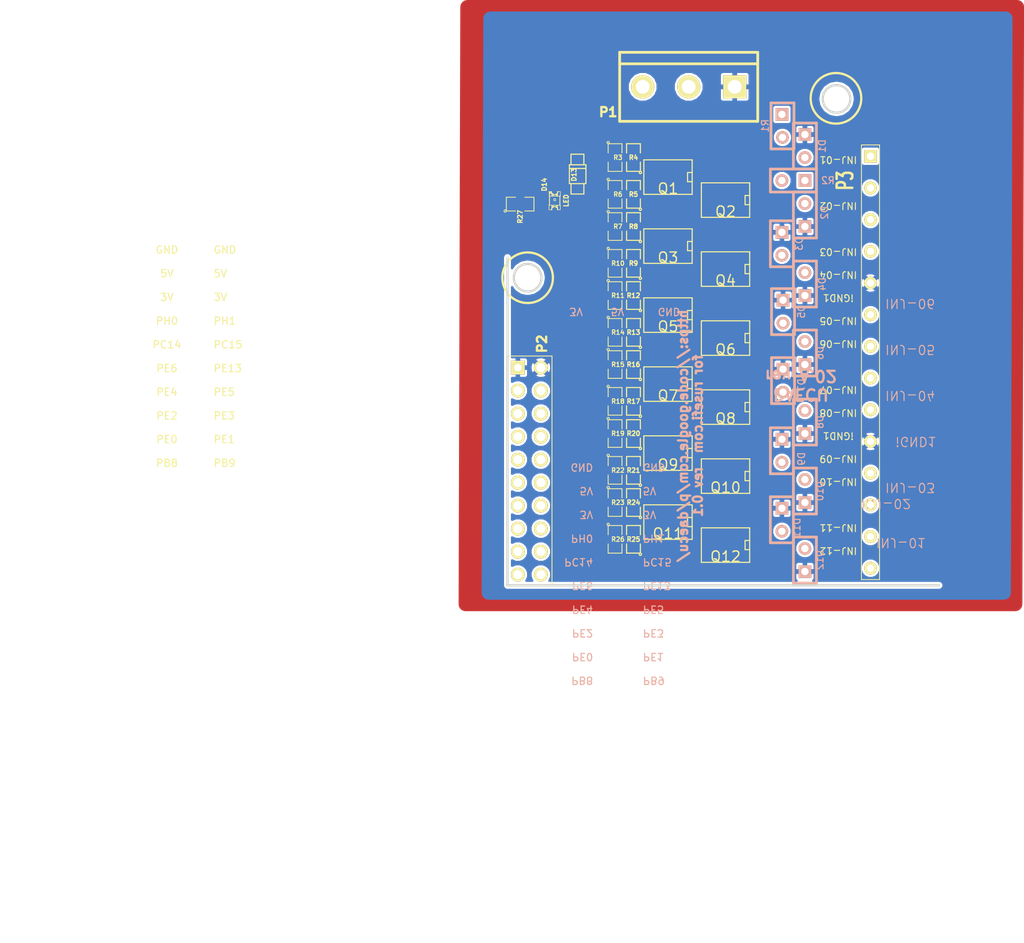
<source format=kicad_pcb>
(kicad_pcb (version 3) (host pcbnew "(2013-07-07 BZR 4022)-stable")
  (title_block (title "6 Channel Injector board") (rev "Spin A R0.2") (company http://code.google.com/p/daecu/))
  (layers (15 F.Cu signal) (0 B.Cu signal) (18 B.Paste user) (19 F.Paste user) (20 B.SilkS user hide) (21 F.SilkS user) (22 B.Mask user) (23 F.Mask user) (28 Edge.Cuts user))
  (net 0 "")
  (net 1 /3.3V)
  (net 2 /5V)
  (net 3 /INJ-01)
  (net 4 /INJ-01_2)
  (net 5 /INJ-01_5V)
  (net 6 /INJ-02)
  (net 7 /INJ-02_5V)
  (net 8 /INJ-03)
  (net 9 /INJ-03_5V)
  (net 10 /INJ-04)
  (net 11 /INJ-04_5V)
  (net 12 /INJ-05)
  (net 13 /INJ-05_5V)
  (net 14 /INJ-06)
  (net 15 /INJ-07)
  (net 16 /INJ-07_5V)
  (net 17 /INJ-08)
  (net 18 /INJ-08_5V)
  (net 19 /INJ-09)
  (net 20 /INJ-09_5V)
  (net 21 /INJ-10)
  (net 22 /INJ-10_5V)
  (net 23 /INJ-11)
  (net 24 /INJ-11_5V)
  (net 25 /INJ-12)
  (net 26 /INJ-12_5V)
  (net 27 GND)
  (net 28 N-0000020)
  (net 29 N-000003)
  (net 30 N-0000030)
  (net 31 N-0000033)
  (net 32 N-0000035)
  (net 33 N-0000036)
  (net 34 N-0000037)
  (net 35 N-0000040)
  (net 36 N-0000041)
  (net 37 N-000005)
  (net 38 N-000006)
  (net 39 N-000007)
  (net 40 N-000008)
  (net 41 N-000009)
  (module SIL-14 (layer F.Cu) (at 216.7255 126.365 270)
    (fp_text reference P3 (at -20.066 2.794 270) (layer F.SilkS) (effects (font (size 1.72974 1.08712) (thickness 0.27178))))
    (fp_text value CONN_14 hide)
    (pad 1 thru_hole rect (at -22.75 0 270) (size 1.397 1.397) (drill 0.8128) (layers *.Cu *.Mask F.SilkS) (net 4 /INJ-01_2))
    (pad 2 thru_hole circle (at -19.25 0 270) (size 1.397 1.397) (drill 0.8128) (layers *.Cu *.Mask F.SilkS) (net 6 /INJ-02))
    (pad 3 thru_hole circle (at -15.75 0 270) (size 1.397 1.397) (drill 0.8128) (layers *.Cu *.Mask F.SilkS) (net 8 /INJ-03))
    (pad 4 thru_hole circle (at -12.25 0 270) (size 1.397 1.397) (drill 0.8128) (layers *.Cu *.Mask F.SilkS) (net 10 /INJ-04))
    (pad 5 thru_hole circle (at -8.75 0 270) (size 1.397 1.397) (drill 0.8128) (layers *.Cu *.Mask F.SilkS) (net 27 GND))
    (pad 6 thru_hole circle (at -5.25 0 270) (size 1.397 1.397) (drill 0.8128) (layers *.Cu *.Mask F.SilkS) (net 12 /INJ-05))
    (pad 7 thru_hole circle (at -1.75 0 270) (size 1.397 1.397) (drill 0.8128) (layers *.Cu *.Mask F.SilkS) (net 14 /INJ-06))
    (pad 8 thru_hole circle (at 1.75 0 270) (size 1.397 1.397) (drill 0.8128) (layers *.Cu *.Mask F.SilkS) (net 15 /INJ-07))
    (pad 9 thru_hole circle (at 5.25 0 270) (size 1.397 1.397) (drill 0.8128) (layers *.Cu *.Mask F.SilkS) (net 17 /INJ-08))
    (pad 10 thru_hole circle (at 8.75 0 270) (size 1.397 1.397) (drill 0.8128) (layers *.Cu *.Mask F.SilkS) (net 27 GND))
    (pad 11 thru_hole circle (at 12.25 0 270) (size 1.397 1.397) (drill 0.8128) (layers *.Cu *.Mask F.SilkS) (net 19 /INJ-09))
    (pad 12 thru_hole circle (at 15.75 0 270) (size 1.397 1.397) (drill 0.8128) (layers *.Cu *.Mask F.SilkS) (net 21 /INJ-10))
    (pad 13 thru_hole circle (at 19.25 0 270) (size 1.397 1.397) (drill 0.8128) (layers *.Cu *.Mask F.SilkS) (net 23 /INJ-11))
    (pad 14 thru_hole circle (at 22.75 0 270) (size 1.397 1.397) (drill 0.8128) (layers *.Cu *.Mask F.SilkS) (net 25 /INJ-12))
  )
  (module SM0805 (layer F.Cu) (at 188.5315 103.759 270)
    (fp_text reference R3 (at 0 -0.3175 360) (layer F.SilkS) (effects (font (size 0.50038 0.50038) (thickness 0.10922))))
    (fp_text value 20R hide)
    (pad 1 smd rect (at -0.9525 0 270) (size 0.889 1.397) (layers F.Cu F.Paste F.Mask) (net 31 N-0000033))
    (pad 2 smd rect (at 0.9525 0 270) (size 0.889 1.397) (layers F.Cu F.Paste F.Mask) (net 5 /INJ-01_5V))
  )
  (module SM0805 (layer F.Cu) (at 188.5315 107.823 270)
    (fp_text reference R6 (at 0 -0.3175 360) (layer F.SilkS) (effects (font (size 0.50038 0.50038) (thickness 0.10922))))
    (fp_text value 20R hide)
    (pad 1 smd rect (at -0.9525 0 270) (size 0.889 1.397) (layers F.Cu F.Paste F.Mask) (net 41 N-000009))
    (pad 2 smd rect (at 0.9525 0 270) (size 0.889 1.397) (layers F.Cu F.Paste F.Mask) (net 7 /INJ-02_5V))
  )
  (module SM0805 (layer F.Cu) (at 188.5315 111.379 270)
    (fp_text reference R7 (at 0 -0.3175 360) (layer F.SilkS) (effects (font (size 0.50038 0.50038) (thickness 0.10922))))
    (fp_text value 20R hide)
    (pad 1 smd rect (at -0.9525 0 270) (size 0.889 1.397) (layers F.Cu F.Paste F.Mask) (net 30 N-0000030))
    (pad 2 smd rect (at 0.9525 0 270) (size 0.889 1.397) (layers F.Cu F.Paste F.Mask) (net 9 /INJ-03_5V))
  )
  (module SM0805 (layer F.Cu) (at 188.5315 115.443 270)
    (fp_text reference R10 (at 0 -0.3175 360) (layer F.SilkS) (effects (font (size 0.50038 0.50038) (thickness 0.10922))))
    (fp_text value 20R hide)
    (pad 1 smd rect (at -0.9525 0 270) (size 0.889 1.397) (layers F.Cu F.Paste F.Mask) (net 40 N-000008))
    (pad 2 smd rect (at 0.9525 0 270) (size 0.889 1.397) (layers F.Cu F.Paste F.Mask) (net 11 /INJ-04_5V))
  )
  (module SM0805 (layer F.Cu) (at 188.5315 118.999 270)
    (fp_text reference R11 (at 0 -0.3175 360) (layer F.SilkS) (effects (font (size 0.50038 0.50038) (thickness 0.10922))))
    (fp_text value 20R hide)
    (pad 1 smd rect (at -0.9525 0 270) (size 0.889 1.397) (layers F.Cu F.Paste F.Mask) (net 28 N-0000020))
    (pad 2 smd rect (at 0.9525 0 270) (size 0.889 1.397) (layers F.Cu F.Paste F.Mask) (net 13 /INJ-05_5V))
  )
  (module SM0805 (layer F.Cu) (at 188.5315 123.063 270)
    (fp_text reference R14 (at 0 -0.3175 360) (layer F.SilkS) (effects (font (size 0.50038 0.50038) (thickness 0.10922))))
    (fp_text value 20R hide)
    (pad 1 smd rect (at -0.9525 0 270) (size 0.889 1.397) (layers F.Cu F.Paste F.Mask) (net 29 N-000003))
    (pad 2 smd rect (at 0.9525 0 270) (size 0.889 1.397) (layers F.Cu F.Paste F.Mask) (net 16 /INJ-07_5V))
  )
  (module SIL-2 (layer B.Cu) (at 206.9465 136.144 270)
    (fp_text reference D9 (at 0.889 -2.159 270) (layer B.SilkS) (effects (font (size 0.762 0.762) (thickness 0.127)) (justify mirror)))
    (fp_text value DIODE hide)
    (pad 1 thru_hole rect (at -1.27 0 270) (size 1.397 1.397) (drill 0.8128) (layers *.Cu *.Mask B.SilkS) (net 27 GND))
    (pad 2 thru_hole circle (at 1.27 0 270) (size 1.397 1.397) (drill 0.8128) (layers *.Cu *.Mask B.SilkS) (net 19 /INJ-09))
  )
  (module SIL-2 (layer B.Cu) (at 206.9465 113.284 270)
    (fp_text reference D3 (at 0 -1.905 270) (layer B.SilkS) (effects (font (size 0.762 0.762) (thickness 0.127)) (justify mirror)))
    (fp_text value DIODE hide)
    (pad 1 thru_hole rect (at -1.27 0 270) (size 1.397 1.397) (drill 0.8128) (layers *.Cu *.Mask B.SilkS) (net 27 GND))
    (pad 2 thru_hole circle (at 1.27 0 270) (size 1.397 1.397) (drill 0.8128) (layers *.Cu *.Mask B.SilkS) (net 8 /INJ-03))
  )
  (module SIL-2 (layer B.Cu) (at 209.4865 132.969 90)
    (fp_text reference D8 (at 0 1.651 90) (layer B.SilkS) (effects (font (size 0.762 0.762) (thickness 0.127)) (justify mirror)))
    (fp_text value DIODE hide)
    (pad 1 thru_hole rect (at -1.27 0 90) (size 1.397 1.397) (drill 0.8128) (layers *.Cu *.Mask B.SilkS) (net 27 GND))
    (pad 2 thru_hole circle (at 1.27 0 90) (size 1.397 1.397) (drill 0.8128) (layers *.Cu *.Mask B.SilkS) (net 17 /INJ-08))
  )
  (module SIL-2 (layer B.Cu) (at 209.4865 110.109 90)
    (fp_text reference D2 (at 0.254 2.159 90) (layer B.SilkS) (effects (font (size 0.762 0.762) (thickness 0.127)) (justify mirror)))
    (fp_text value DIODE hide)
    (pad 1 thru_hole rect (at -1.27 0 90) (size 1.397 1.397) (drill 0.8128) (layers *.Cu *.Mask B.SilkS) (net 27 GND))
    (pad 2 thru_hole circle (at 1.27 0 90) (size 1.397 1.397) (drill 0.8128) (layers *.Cu *.Mask B.SilkS) (net 6 /INJ-02))
  )
  (module SIL-2 (layer B.Cu) (at 207.0735 128.397 270)
    (fp_text reference D7 (at 0.508 -2.032 270) (layer B.SilkS) (effects (font (size 0.762 0.762) (thickness 0.127)) (justify mirror)))
    (fp_text value DIODE hide)
    (pad 1 thru_hole rect (at -1.27 0 270) (size 1.397 1.397) (drill 0.8128) (layers *.Cu *.Mask B.SilkS) (net 27 GND))
    (pad 2 thru_hole circle (at 1.27 0 270) (size 1.397 1.397) (drill 0.8128) (layers *.Cu *.Mask B.SilkS) (net 15 /INJ-07))
  )
  (module SIL-2 (layer B.Cu) (at 209.4865 102.489 270)
    (fp_text reference D1 (at 0 -1.905 270) (layer B.SilkS) (effects (font (size 0.762 0.762) (thickness 0.127)) (justify mirror)))
    (fp_text value DIODE hide)
    (pad 1 thru_hole rect (at -1.27 0 270) (size 1.397 1.397) (drill 0.8128) (layers *.Cu *.Mask B.SilkS) (net 27 GND))
    (pad 2 thru_hole circle (at 1.27 0 270) (size 1.397 1.397) (drill 0.8128) (layers *.Cu *.Mask B.SilkS) (net 4 /INJ-01_2))
  )
  (module SM0805 (layer F.Cu) (at 190.5635 118.999 90)
    (fp_text reference R12 (at 0 0 180) (layer F.SilkS) (effects (font (size 0.508 0.508) (thickness 0.127))))
    (fp_text value 1K hide)
    (pad 1 smd rect (at -0.9525 0 90) (size 0.889 1.397) (layers F.Cu F.Paste F.Mask) (net 27 GND))
    (pad 2 smd rect (at 0.9525 0 90) (size 0.889 1.397) (layers F.Cu F.Paste F.Mask) (net 28 N-0000020))
  )
  (module SM0805 (layer F.Cu) (at 190.5635 123.063 90)
    (fp_text reference R13 (at 0 0 180) (layer F.SilkS) (effects (font (size 0.508 0.508) (thickness 0.127))))
    (fp_text value 1K hide)
    (pad 1 smd rect (at -0.9525 0 90) (size 0.889 1.397) (layers F.Cu F.Paste F.Mask) (net 27 GND))
    (pad 2 smd rect (at 0.9525 0 90) (size 0.889 1.397) (layers F.Cu F.Paste F.Mask) (net 29 N-000003))
  )
  (module SM0805 (layer F.Cu) (at 190.5635 111.379 90)
    (fp_text reference R8 (at 0 0 180) (layer F.SilkS) (effects (font (size 0.508 0.508) (thickness 0.127))))
    (fp_text value 1K hide)
    (pad 1 smd rect (at -0.9525 0 90) (size 0.889 1.397) (layers F.Cu F.Paste F.Mask) (net 27 GND))
    (pad 2 smd rect (at 0.9525 0 90) (size 0.889 1.397) (layers F.Cu F.Paste F.Mask) (net 30 N-0000030))
  )
  (module SM0805 (layer F.Cu) (at 190.5635 115.443 90)
    (fp_text reference R9 (at 0 0 180) (layer F.SilkS) (effects (font (size 0.508 0.508) (thickness 0.127))))
    (fp_text value 1K hide)
    (pad 1 smd rect (at -0.9525 0 90) (size 0.889 1.397) (layers F.Cu F.Paste F.Mask) (net 27 GND))
    (pad 2 smd rect (at 0.9525 0 90) (size 0.889 1.397) (layers F.Cu F.Paste F.Mask) (net 40 N-000008))
  )
  (module SM0805 (layer F.Cu) (at 190.5635 107.823 90)
    (fp_text reference R5 (at 0 0 180) (layer F.SilkS) (effects (font (size 0.508 0.508) (thickness 0.127))))
    (fp_text value 1K hide)
    (pad 1 smd rect (at -0.9525 0 90) (size 0.889 1.397) (layers F.Cu F.Paste F.Mask) (net 27 GND))
    (pad 2 smd rect (at 0.9525 0 90) (size 0.889 1.397) (layers F.Cu F.Paste F.Mask) (net 41 N-000009))
  )
  (module SM0805 (layer F.Cu) (at 190.5635 103.759 90)
    (fp_text reference R4 (at 0 0 180) (layer F.SilkS) (effects (font (size 0.508 0.508) (thickness 0.127))))
    (fp_text value 1K hide)
    (pad 1 smd rect (at -0.9525 0 90) (size 0.889 1.397) (layers F.Cu F.Paste F.Mask) (net 27 GND))
    (pad 2 smd rect (at 0.9525 0 90) (size 0.889 1.397) (layers F.Cu F.Paste F.Mask) (net 31 N-0000033))
  )
  (module SO8E_ST (layer F.Cu) (at 194.3735 121.158 180)
    (fp_text reference Q5 (at 0 -1.27 180) (layer F.SilkS) (effects (font (size 1.143 1.143) (thickness 0.1524))))
    (fp_text value OVP_DRIVER hide)
    (pad 2 smd rect (at -1.905 -2.667 180) (size 0.508 1.143) (layers F.Cu F.Paste F.Mask) (net 12 /INJ-05))
    (pad 3 smd rect (at -1.905 2.667 180) (size 0.508 1.143) (layers F.Cu F.Paste F.Mask) (net 27 GND))
    (pad 2 smd rect (at -0.635 -2.667 180) (size 0.508 1.143) (layers F.Cu F.Paste F.Mask) (net 12 /INJ-05))
    (pad 2 smd rect (at 0.635 -2.667 180) (size 0.508 1.143) (layers F.Cu F.Paste F.Mask) (net 12 /INJ-05))
    (pad 2 smd rect (at 1.905 -2.667 180) (size 0.508 1.143) (layers F.Cu F.Paste F.Mask) (net 12 /INJ-05))
    (pad 3 smd rect (at -0.635 2.667 180) (size 0.508 1.143) (layers F.Cu F.Paste F.Mask) (net 27 GND))
    (pad 3 smd rect (at 0.635 2.667 180) (size 0.508 1.143) (layers F.Cu F.Paste F.Mask) (net 27 GND))
    (pad 1 smd rect (at 1.905 2.667 180) (size 0.508 1.143) (layers F.Cu F.Paste F.Mask) (net 28 N-0000020))
  )
  (module SO8E_ST (layer F.Cu) (at 200.7235 123.698 180)
    (fp_text reference Q6 (at 0 -1.27 180) (layer F.SilkS) (effects (font (size 1.143 1.143) (thickness 0.1524))))
    (fp_text value OVP_DRIVER hide)
    (pad 2 smd rect (at -1.905 -2.667 180) (size 0.508 1.143) (layers F.Cu F.Paste F.Mask) (net 14 /INJ-06))
    (pad 3 smd rect (at -1.905 2.667 180) (size 0.508 1.143) (layers F.Cu F.Paste F.Mask) (net 27 GND))
    (pad 2 smd rect (at -0.635 -2.667 180) (size 0.508 1.143) (layers F.Cu F.Paste F.Mask) (net 14 /INJ-06))
    (pad 2 smd rect (at 0.635 -2.667 180) (size 0.508 1.143) (layers F.Cu F.Paste F.Mask) (net 14 /INJ-06))
    (pad 2 smd rect (at 1.905 -2.667 180) (size 0.508 1.143) (layers F.Cu F.Paste F.Mask) (net 14 /INJ-06))
    (pad 3 smd rect (at -0.635 2.667 180) (size 0.508 1.143) (layers F.Cu F.Paste F.Mask) (net 27 GND))
    (pad 3 smd rect (at 0.635 2.667 180) (size 0.508 1.143) (layers F.Cu F.Paste F.Mask) (net 27 GND))
    (pad 1 smd rect (at 1.905 2.667 180) (size 0.508 1.143) (layers F.Cu F.Paste F.Mask) (net 29 N-000003))
  )
  (module SO8E_ST (layer F.Cu) (at 194.3735 113.538 180)
    (fp_text reference Q3 (at 0 -1.27 180) (layer F.SilkS) (effects (font (size 1.143 1.143) (thickness 0.1524))))
    (fp_text value OVP_DRIVER hide)
    (pad 2 smd rect (at -1.905 -2.667 180) (size 0.508 1.143) (layers F.Cu F.Paste F.Mask) (net 8 /INJ-03))
    (pad 3 smd rect (at -1.905 2.667 180) (size 0.508 1.143) (layers F.Cu F.Paste F.Mask) (net 27 GND))
    (pad 2 smd rect (at -0.635 -2.667 180) (size 0.508 1.143) (layers F.Cu F.Paste F.Mask) (net 8 /INJ-03))
    (pad 2 smd rect (at 0.635 -2.667 180) (size 0.508 1.143) (layers F.Cu F.Paste F.Mask) (net 8 /INJ-03))
    (pad 2 smd rect (at 1.905 -2.667 180) (size 0.508 1.143) (layers F.Cu F.Paste F.Mask) (net 8 /INJ-03))
    (pad 3 smd rect (at -0.635 2.667 180) (size 0.508 1.143) (layers F.Cu F.Paste F.Mask) (net 27 GND))
    (pad 3 smd rect (at 0.635 2.667 180) (size 0.508 1.143) (layers F.Cu F.Paste F.Mask) (net 27 GND))
    (pad 1 smd rect (at 1.905 2.667 180) (size 0.508 1.143) (layers F.Cu F.Paste F.Mask) (net 30 N-0000030))
  )
  (module SO8E_ST (layer F.Cu) (at 200.7235 108.458 180)
    (fp_text reference Q2 (at 0 -1.27 180) (layer F.SilkS) (effects (font (size 1.143 1.143) (thickness 0.1524))))
    (fp_text value OVP_DRIVER hide)
    (pad 2 smd rect (at -1.905 -2.667 180) (size 0.508 1.143) (layers F.Cu F.Paste F.Mask) (net 6 /INJ-02))
    (pad 3 smd rect (at -1.905 2.667 180) (size 0.508 1.143) (layers F.Cu F.Paste F.Mask) (net 27 GND))
    (pad 2 smd rect (at -0.635 -2.667 180) (size 0.508 1.143) (layers F.Cu F.Paste F.Mask) (net 6 /INJ-02))
    (pad 2 smd rect (at 0.635 -2.667 180) (size 0.508 1.143) (layers F.Cu F.Paste F.Mask) (net 6 /INJ-02))
    (pad 2 smd rect (at 1.905 -2.667 180) (size 0.508 1.143) (layers F.Cu F.Paste F.Mask) (net 6 /INJ-02))
    (pad 3 smd rect (at -0.635 2.667 180) (size 0.508 1.143) (layers F.Cu F.Paste F.Mask) (net 27 GND))
    (pad 3 smd rect (at 0.635 2.667 180) (size 0.508 1.143) (layers F.Cu F.Paste F.Mask) (net 27 GND))
    (pad 1 smd rect (at 1.905 2.667 180) (size 0.508 1.143) (layers F.Cu F.Paste F.Mask) (net 41 N-000009))
  )
  (module SO8E_ST (layer F.Cu) (at 194.3735 105.918 180)
    (fp_text reference Q1 (at 0 -1.27 180) (layer F.SilkS) (effects (font (size 1.143 1.143) (thickness 0.1524))))
    (fp_text value OVP_DRIVER hide)
    (pad 2 smd rect (at -1.905 -2.667 180) (size 0.508 1.143) (layers F.Cu F.Paste F.Mask) (net 3 /INJ-01))
    (pad 3 smd rect (at -1.905 2.667 180) (size 0.508 1.143) (layers F.Cu F.Paste F.Mask) (net 27 GND))
    (pad 2 smd rect (at -0.635 -2.667 180) (size 0.508 1.143) (layers F.Cu F.Paste F.Mask) (net 3 /INJ-01))
    (pad 2 smd rect (at 0.635 -2.667 180) (size 0.508 1.143) (layers F.Cu F.Paste F.Mask) (net 3 /INJ-01))
    (pad 2 smd rect (at 1.905 -2.667 180) (size 0.508 1.143) (layers F.Cu F.Paste F.Mask) (net 3 /INJ-01))
    (pad 3 smd rect (at -0.635 2.667 180) (size 0.508 1.143) (layers F.Cu F.Paste F.Mask) (net 27 GND))
    (pad 3 smd rect (at 0.635 2.667 180) (size 0.508 1.143) (layers F.Cu F.Paste F.Mask) (net 27 GND))
    (pad 1 smd rect (at 1.905 2.667 180) (size 0.508 1.143) (layers F.Cu F.Paste F.Mask) (net 31 N-0000033))
  )
  (module SO8E_ST (layer F.Cu) (at 200.7235 116.078 180)
    (fp_text reference Q4 (at 0 -1.27 180) (layer F.SilkS) (effects (font (size 1.143 1.143) (thickness 0.1524))))
    (fp_text value OVP_DRIVER hide)
    (pad 2 smd rect (at -1.905 -2.667 180) (size 0.508 1.143) (layers F.Cu F.Paste F.Mask) (net 10 /INJ-04))
    (pad 3 smd rect (at -1.905 2.667 180) (size 0.508 1.143) (layers F.Cu F.Paste F.Mask) (net 27 GND))
    (pad 2 smd rect (at -0.635 -2.667 180) (size 0.508 1.143) (layers F.Cu F.Paste F.Mask) (net 10 /INJ-04))
    (pad 2 smd rect (at 0.635 -2.667 180) (size 0.508 1.143) (layers F.Cu F.Paste F.Mask) (net 10 /INJ-04))
    (pad 2 smd rect (at 1.905 -2.667 180) (size 0.508 1.143) (layers F.Cu F.Paste F.Mask) (net 10 /INJ-04))
    (pad 3 smd rect (at -0.635 2.667 180) (size 0.508 1.143) (layers F.Cu F.Paste F.Mask) (net 27 GND))
    (pad 3 smd rect (at 0.635 2.667 180) (size 0.508 1.143) (layers F.Cu F.Paste F.Mask) (net 27 GND))
    (pad 1 smd rect (at 1.905 2.667 180) (size 0.508 1.143) (layers F.Cu F.Paste F.Mask) (net 40 N-000008))
  )
  (module SO8E_ST (layer F.Cu) (at 194.3735 136.398 180)
    (fp_text reference Q9 (at 0 -1.27 180) (layer F.SilkS) (effects (font (size 1.143 1.143) (thickness 0.1524))))
    (fp_text value OVP_DRIVER hide)
    (pad 2 smd rect (at -1.905 -2.667 180) (size 0.508 1.143) (layers F.Cu F.Paste F.Mask) (net 19 /INJ-09))
    (pad 3 smd rect (at -1.905 2.667 180) (size 0.508 1.143) (layers F.Cu F.Paste F.Mask) (net 27 GND))
    (pad 2 smd rect (at -0.635 -2.667 180) (size 0.508 1.143) (layers F.Cu F.Paste F.Mask) (net 19 /INJ-09))
    (pad 2 smd rect (at 0.635 -2.667 180) (size 0.508 1.143) (layers F.Cu F.Paste F.Mask) (net 19 /INJ-09))
    (pad 2 smd rect (at 1.905 -2.667 180) (size 0.508 1.143) (layers F.Cu F.Paste F.Mask) (net 19 /INJ-09))
    (pad 3 smd rect (at -0.635 2.667 180) (size 0.508 1.143) (layers F.Cu F.Paste F.Mask) (net 27 GND))
    (pad 3 smd rect (at 0.635 2.667 180) (size 0.508 1.143) (layers F.Cu F.Paste F.Mask) (net 27 GND))
    (pad 1 smd rect (at 1.905 2.667 180) (size 0.508 1.143) (layers F.Cu F.Paste F.Mask) (net 38 N-000006))
  )
  (module SO8E_ST (layer F.Cu) (at 200.7235 146.558 180)
    (fp_text reference Q12 (at 0 -1.27 180) (layer F.SilkS) (effects (font (size 1.143 1.143) (thickness 0.1524))))
    (fp_text value OVP_DRIVER hide)
    (pad 2 smd rect (at -1.905 -2.667 180) (size 0.508 1.143) (layers F.Cu F.Paste F.Mask) (net 25 /INJ-12))
    (pad 3 smd rect (at -1.905 2.667 180) (size 0.508 1.143) (layers F.Cu F.Paste F.Mask) (net 27 GND))
    (pad 2 smd rect (at -0.635 -2.667 180) (size 0.508 1.143) (layers F.Cu F.Paste F.Mask) (net 25 /INJ-12))
    (pad 2 smd rect (at 0.635 -2.667 180) (size 0.508 1.143) (layers F.Cu F.Paste F.Mask) (net 25 /INJ-12))
    (pad 2 smd rect (at 1.905 -2.667 180) (size 0.508 1.143) (layers F.Cu F.Paste F.Mask) (net 25 /INJ-12))
    (pad 3 smd rect (at -0.635 2.667 180) (size 0.508 1.143) (layers F.Cu F.Paste F.Mask) (net 27 GND))
    (pad 3 smd rect (at 0.635 2.667 180) (size 0.508 1.143) (layers F.Cu F.Paste F.Mask) (net 27 GND))
    (pad 1 smd rect (at 1.905 2.667 180) (size 0.508 1.143) (layers F.Cu F.Paste F.Mask) (net 34 N-0000037))
  )
  (module SO8E_ST (layer F.Cu) (at 194.3735 144.018 180)
    (fp_text reference Q11 (at 0 -1.27 180) (layer F.SilkS) (effects (font (size 1.143 1.143) (thickness 0.1524))))
    (fp_text value OVP_DRIVER hide)
    (pad 2 smd rect (at -1.905 -2.667 180) (size 0.508 1.143) (layers F.Cu F.Paste F.Mask) (net 23 /INJ-11))
    (pad 3 smd rect (at -1.905 2.667 180) (size 0.508 1.143) (layers F.Cu F.Paste F.Mask) (net 27 GND))
    (pad 2 smd rect (at -0.635 -2.667 180) (size 0.508 1.143) (layers F.Cu F.Paste F.Mask) (net 23 /INJ-11))
    (pad 2 smd rect (at 0.635 -2.667 180) (size 0.508 1.143) (layers F.Cu F.Paste F.Mask) (net 23 /INJ-11))
    (pad 2 smd rect (at 1.905 -2.667 180) (size 0.508 1.143) (layers F.Cu F.Paste F.Mask) (net 23 /INJ-11))
    (pad 3 smd rect (at -0.635 2.667 180) (size 0.508 1.143) (layers F.Cu F.Paste F.Mask) (net 27 GND))
    (pad 3 smd rect (at 0.635 2.667 180) (size 0.508 1.143) (layers F.Cu F.Paste F.Mask) (net 27 GND))
    (pad 1 smd rect (at 1.905 2.667 180) (size 0.508 1.143) (layers F.Cu F.Paste F.Mask) (net 37 N-000005))
  )
  (module SO8E_ST (layer F.Cu) (at 200.7235 138.938 180)
    (fp_text reference Q10 (at 0 -1.27 180) (layer F.SilkS) (effects (font (size 1.143 1.143) (thickness 0.1524))))
    (fp_text value OVP_DRIVER hide)
    (pad 2 smd rect (at -1.905 -2.667 180) (size 0.508 1.143) (layers F.Cu F.Paste F.Mask) (net 21 /INJ-10))
    (pad 3 smd rect (at -1.905 2.667 180) (size 0.508 1.143) (layers F.Cu F.Paste F.Mask) (net 27 GND))
    (pad 2 smd rect (at -0.635 -2.667 180) (size 0.508 1.143) (layers F.Cu F.Paste F.Mask) (net 21 /INJ-10))
    (pad 2 smd rect (at 0.635 -2.667 180) (size 0.508 1.143) (layers F.Cu F.Paste F.Mask) (net 21 /INJ-10))
    (pad 2 smd rect (at 1.905 -2.667 180) (size 0.508 1.143) (layers F.Cu F.Paste F.Mask) (net 21 /INJ-10))
    (pad 3 smd rect (at -0.635 2.667 180) (size 0.508 1.143) (layers F.Cu F.Paste F.Mask) (net 27 GND))
    (pad 3 smd rect (at 0.635 2.667 180) (size 0.508 1.143) (layers F.Cu F.Paste F.Mask) (net 27 GND))
    (pad 1 smd rect (at 1.905 2.667 180) (size 0.508 1.143) (layers F.Cu F.Paste F.Mask) (net 32 N-0000035))
  )
  (module SO8E_ST (layer F.Cu) (at 194.3735 128.778 180)
    (fp_text reference Q7 (at 0 -1.27 180) (layer F.SilkS) (effects (font (size 1.143 1.143) (thickness 0.1524))))
    (fp_text value OVP_DRIVER hide)
    (pad 2 smd rect (at -1.905 -2.667 180) (size 0.508 1.143) (layers F.Cu F.Paste F.Mask) (net 15 /INJ-07))
    (pad 3 smd rect (at -1.905 2.667 180) (size 0.508 1.143) (layers F.Cu F.Paste F.Mask) (net 27 GND))
    (pad 2 smd rect (at -0.635 -2.667 180) (size 0.508 1.143) (layers F.Cu F.Paste F.Mask) (net 15 /INJ-07))
    (pad 2 smd rect (at 0.635 -2.667 180) (size 0.508 1.143) (layers F.Cu F.Paste F.Mask) (net 15 /INJ-07))
    (pad 2 smd rect (at 1.905 -2.667 180) (size 0.508 1.143) (layers F.Cu F.Paste F.Mask) (net 15 /INJ-07))
    (pad 3 smd rect (at -0.635 2.667 180) (size 0.508 1.143) (layers F.Cu F.Paste F.Mask) (net 27 GND))
    (pad 3 smd rect (at 0.635 2.667 180) (size 0.508 1.143) (layers F.Cu F.Paste F.Mask) (net 27 GND))
    (pad 1 smd rect (at 1.905 2.667 180) (size 0.508 1.143) (layers F.Cu F.Paste F.Mask) (net 39 N-000007))
  )
  (module SO8E_ST (layer F.Cu) (at 200.7235 131.318 180)
    (fp_text reference Q8 (at 0 -1.27 180) (layer F.SilkS) (effects (font (size 1.143 1.143) (thickness 0.1524))))
    (fp_text value OVP_DRIVER hide)
    (pad 2 smd rect (at -1.905 -2.667 180) (size 0.508 1.143) (layers F.Cu F.Paste F.Mask) (net 17 /INJ-08))
    (pad 3 smd rect (at -1.905 2.667 180) (size 0.508 1.143) (layers F.Cu F.Paste F.Mask) (net 27 GND))
    (pad 2 smd rect (at -0.635 -2.667 180) (size 0.508 1.143) (layers F.Cu F.Paste F.Mask) (net 17 /INJ-08))
    (pad 2 smd rect (at 0.635 -2.667 180) (size 0.508 1.143) (layers F.Cu F.Paste F.Mask) (net 17 /INJ-08))
    (pad 2 smd rect (at 1.905 -2.667 180) (size 0.508 1.143) (layers F.Cu F.Paste F.Mask) (net 17 /INJ-08))
    (pad 3 smd rect (at -0.635 2.667 180) (size 0.508 1.143) (layers F.Cu F.Paste F.Mask) (net 27 GND))
    (pad 3 smd rect (at 0.635 2.667 180) (size 0.508 1.143) (layers F.Cu F.Paste F.Mask) (net 27 GND))
    (pad 1 smd rect (at 1.905 2.667 180) (size 0.508 1.143) (layers F.Cu F.Paste F.Mask) (net 33 N-0000036))
  )
  (module SM0805 (layer F.Cu) (at 190.5635 145.923 90)
    (fp_text reference R25 (at 0 0 180) (layer F.SilkS) (effects (font (size 0.508 0.508) (thickness 0.127))))
    (fp_text value 1K hide)
    (pad 1 smd rect (at -0.9525 0 90) (size 0.889 1.397) (layers F.Cu F.Paste F.Mask) (net 27 GND))
    (pad 2 smd rect (at 0.9525 0 90) (size 0.889 1.397) (layers F.Cu F.Paste F.Mask) (net 34 N-0000037))
  )
  (module SM0805 (layer F.Cu) (at 190.5635 141.859 90)
    (fp_text reference R24 (at 0 0 180) (layer F.SilkS) (effects (font (size 0.508 0.508) (thickness 0.127))))
    (fp_text value 1K hide)
    (pad 1 smd rect (at -0.9525 0 90) (size 0.889 1.397) (layers F.Cu F.Paste F.Mask) (net 27 GND))
    (pad 2 smd rect (at 0.9525 0 90) (size 0.889 1.397) (layers F.Cu F.Paste F.Mask) (net 37 N-000005))
  )
  (module SM0805 (layer F.Cu) (at 190.5635 134.239 90)
    (fp_text reference R20 (at 0 0 180) (layer F.SilkS) (effects (font (size 0.508 0.508) (thickness 0.127))))
    (fp_text value 1K hide)
    (pad 1 smd rect (at -0.9525 0 90) (size 0.889 1.397) (layers F.Cu F.Paste F.Mask) (net 27 GND))
    (pad 2 smd rect (at 0.9525 0 90) (size 0.889 1.397) (layers F.Cu F.Paste F.Mask) (net 38 N-000006))
  )
  (module SM0805 (layer F.Cu) (at 190.5635 138.303 90)
    (fp_text reference R21 (at 0 0 180) (layer F.SilkS) (effects (font (size 0.508 0.508) (thickness 0.127))))
    (fp_text value 1K hide)
    (pad 1 smd rect (at -0.9525 0 90) (size 0.889 1.397) (layers F.Cu F.Paste F.Mask) (net 27 GND))
    (pad 2 smd rect (at 0.9525 0 90) (size 0.889 1.397) (layers F.Cu F.Paste F.Mask) (net 32 N-0000035))
  )
  (module SM0805 (layer F.Cu) (at 190.5635 126.619 90)
    (fp_text reference R16 (at 0 0 180) (layer F.SilkS) (effects (font (size 0.508 0.508) (thickness 0.127))))
    (fp_text value 1K hide)
    (pad 1 smd rect (at -0.9525 0 90) (size 0.889 1.397) (layers F.Cu F.Paste F.Mask) (net 27 GND))
    (pad 2 smd rect (at 0.9525 0 90) (size 0.889 1.397) (layers F.Cu F.Paste F.Mask) (net 39 N-000007))
  )
  (module SM0805 (layer F.Cu) (at 190.5635 130.683 90)
    (fp_text reference R17 (at 0 0 180) (layer F.SilkS) (effects (font (size 0.508 0.508) (thickness 0.127))))
    (fp_text value 1K hide)
    (pad 1 smd rect (at -0.9525 0 90) (size 0.889 1.397) (layers F.Cu F.Paste F.Mask) (net 27 GND))
    (pad 2 smd rect (at 0.9525 0 90) (size 0.889 1.397) (layers F.Cu F.Paste F.Mask) (net 33 N-0000036))
  )
  (module pin_array_10x2 (layer F.Cu) (at 179.07 138.43 270)
    (fp_text reference P2 (at -14.097 -1.397 270) (layer F.SilkS) (effects (font (size 1.016 1.016) (thickness 0.254))))
    (fp_text value CONN_10X2 hide)
    (pad 1 thru_hole rect (at -11.47064 1.27 270) (size 1.524 1.524) (drill 0.8128) (layers *.Cu *.Mask F.SilkS) (net 27 GND))
    (pad 2 thru_hole circle (at -11.47064 -1.27 270) (size 1.524 1.524) (drill 1.016) (layers *.Cu *.Mask F.SilkS) (net 27 GND))
    (pad 3 thru_hole circle (at -8.93064 1.27 270) (size 1.524 1.524) (drill 1.016) (layers *.Cu *.Mask F.SilkS) (net 2 /5V))
    (pad 4 thru_hole circle (at -8.93064 -1.27 270) (size 1.524 1.524) (drill 1.016) (layers *.Cu *.Mask F.SilkS) (net 2 /5V))
    (pad 5 thru_hole circle (at -6.39064 1.27 270) (size 1.524 1.524) (drill 1.016) (layers *.Cu *.Mask F.SilkS) (net 1 /3.3V))
    (pad 6 thru_hole circle (at -6.39064 -1.27 270) (size 1.524 1.524) (drill 1.016) (layers *.Cu *.Mask F.SilkS) (net 1 /3.3V))
    (pad 7 thru_hole circle (at -3.85064 1.27 270) (size 1.524 1.524) (drill 1.016) (layers *.Cu *.Mask F.SilkS))
    (pad 8 thru_hole circle (at -3.85064 -1.27 270) (size 1.524 1.524) (drill 1.016) (layers *.Cu *.Mask F.SilkS))
    (pad 9 thru_hole circle (at -1.31064 1.27 270) (size 1.524 1.524) (drill 1.016) (layers *.Cu *.Mask F.SilkS) (net 26 /INJ-12_5V))
    (pad 10 thru_hole circle (at -1.31064 -1.27 270) (size 1.524 1.524) (drill 1.016) (layers *.Cu *.Mask F.SilkS))
    (pad 11 thru_hole circle (at 1.22936 1.27 270) (size 1.524 1.524) (drill 1.016) (layers *.Cu *.Mask F.SilkS) (net 24 /INJ-11_5V))
    (pad 12 thru_hole circle (at 1.22936 -1.27 270) (size 1.524 1.524) (drill 1.016) (layers *.Cu *.Mask F.SilkS) (net 13 /INJ-05_5V))
    (pad 13 thru_hole circle (at 3.76936 1.27 270) (size 1.524 1.524) (drill 1.016) (layers *.Cu *.Mask F.SilkS) (net 22 /INJ-10_5V))
    (pad 14 thru_hole circle (at 3.76936 -1.27 270) (size 1.524 1.524) (drill 1.016) (layers *.Cu *.Mask F.SilkS) (net 11 /INJ-04_5V))
    (pad 15 thru_hole circle (at 6.30936 1.27 270) (size 1.524 1.524) (drill 1.016) (layers *.Cu *.Mask F.SilkS) (net 20 /INJ-09_5V))
    (pad 16 thru_hole circle (at 6.30936 -1.27 270) (size 1.524 1.524) (drill 1.016) (layers *.Cu *.Mask F.SilkS) (net 9 /INJ-03_5V))
    (pad 17 thru_hole circle (at 8.84936 1.27 270) (size 1.524 1.524) (drill 1.016) (layers *.Cu *.Mask F.SilkS) (net 18 /INJ-08_5V))
    (pad 18 thru_hole circle (at 8.84936 -1.27 270) (size 1.524 1.524) (drill 1.016) (layers *.Cu *.Mask F.SilkS) (net 7 /INJ-02_5V))
    (pad 19 thru_hole circle (at 11.38936 1.27 270) (size 1.524 1.524) (drill 1.016) (layers *.Cu *.Mask F.SilkS) (net 16 /INJ-07_5V))
    (pad 20 thru_hole circle (at 11.38936 -1.27 270) (size 1.524 1.524) (drill 1.016) (layers *.Cu *.Mask F.SilkS) (net 5 /INJ-01_5V))
  )
  (module bornier3 (layer F.Cu) (at 196.6595 95.9485 180)
    (fp_text reference P1 (at 8.89 -2.794 180) (layer F.SilkS) (effects (font (size 1.016 1.016) (thickness 0.254))))
    (fp_text value CONN_3 hide)
    (pad 1 thru_hole rect (at -5.08 0 180) (size 2.54 2.54) (drill 1.524) (layers *.Cu *.Mask F.SilkS) (net 27 GND))
    (pad 2 thru_hole circle (at 0 0 180) (size 2.54 2.54) (drill 1.524) (layers *.Cu *.Mask F.SilkS) (net 2 /5V))
    (pad 3 thru_hole circle (at 5.08 0 180) (size 2.54 2.54) (drill 1.524) (layers *.Cu *.Mask F.SilkS) (net 1 /3.3V))
  )
  (module SOD-123 (layer F.Cu) (at 184.404 105.6005 90)
    (fp_text reference D13 (at -0.0508 -0.4064 90) (layer F.SilkS) (effects (font (size 0.508 0.508) (thickness 0.127))))
    (fp_text value DIODE hide)
    (pad 1 smd rect (at -1.6256 -0.0254 90) (size 0.9652 1.27) (layers F.Cu F.Paste F.Mask) (net 36 N-0000041))
    (pad 2 smd rect (at 1.651 -0.0254 90) (size 0.9652 1.27) (layers F.Cu F.Paste F.Mask) (net 25 /INJ-12))
  )
  (module SM0805 (layer F.Cu) (at 178.054 108.9025)
    (fp_text reference R27 (at 0 1.397 90) (layer F.SilkS) (effects (font (size 0.508 0.508) (thickness 0.127))))
    (fp_text value 1K hide)
    (pad 1 smd rect (at -0.9525 0) (size 0.889 1.397) (layers F.Cu F.Paste F.Mask) (net 2 /5V))
    (pad 2 smd rect (at 0.9525 0) (size 0.889 1.397) (layers F.Cu F.Paste F.Mask) (net 35 N-0000040))
  )
  (module LED-0805 (layer F.Cu) (at 181.864 108.5215 90)
    (fp_text reference D14 (at 1.778 -1.143 90) (layer F.SilkS) (effects (font (size 0.508 0.508) (thickness 0.127))))
    (fp_text value LED (at 0 1.27 90) (layer F.SilkS) (effects (font (size 0.508 0.508) (thickness 0.127))))
    (pad 1 smd rect (at -1.04902 0 90) (size 1.19888 1.19888) (layers F.Cu F.Paste F.Mask) (net 35 N-0000040))
    (pad 2 smd rect (at 1.04902 0 90) (size 1.19888 1.19888) (layers F.Cu F.Paste F.Mask) (net 36 N-0000041))
  )
  (module SIL-2 (layer B.Cu) (at 209.4865 117.729 90)
    (fp_text reference D4 (at 0 1.905 90) (layer B.SilkS) (effects (font (size 0.762 0.762) (thickness 0.127)) (justify mirror)))
    (fp_text value DIODE hide)
    (pad 1 thru_hole rect (at -1.27 0 90) (size 1.397 1.397) (drill 0.8128) (layers *.Cu *.Mask B.SilkS) (net 27 GND))
    (pad 2 thru_hole circle (at 1.27 0 90) (size 1.397 1.397) (drill 0.8128) (layers *.Cu *.Mask B.SilkS) (net 10 /INJ-04))
  )
  (module SIL-2 (layer B.Cu) (at 209.4865 140.589 90)
    (fp_text reference D10 (at 0 1.651 90) (layer B.SilkS) (effects (font (size 0.762 0.762) (thickness 0.127)) (justify mirror)))
    (fp_text value DIODE hide)
    (pad 1 thru_hole rect (at -1.27 0 90) (size 1.397 1.397) (drill 0.8128) (layers *.Cu *.Mask B.SilkS) (net 27 GND))
    (pad 2 thru_hole circle (at 1.27 0 90) (size 1.397 1.397) (drill 0.8128) (layers *.Cu *.Mask B.SilkS) (net 21 /INJ-10))
  )
  (module SIL-2 (layer B.Cu) (at 207.0735 120.777 270)
    (fp_text reference D5 (at 0 -2.032 270) (layer B.SilkS) (effects (font (size 0.762 0.762) (thickness 0.127)) (justify mirror)))
    (fp_text value DIODE hide)
    (pad 1 thru_hole rect (at -1.27 0 270) (size 1.397 1.397) (drill 0.8128) (layers *.Cu *.Mask B.SilkS) (net 27 GND))
    (pad 2 thru_hole circle (at 1.27 0 270) (size 1.397 1.397) (drill 0.8128) (layers *.Cu *.Mask B.SilkS) (net 12 /INJ-05))
  )
  (module SIL-2 (layer B.Cu) (at 206.9465 143.764 270)
    (fp_text reference D11 (at 0.889 -1.651 270) (layer B.SilkS) (effects (font (size 0.762 0.762) (thickness 0.127)) (justify mirror)))
    (fp_text value DIODE hide)
    (pad 1 thru_hole rect (at -1.27 0 270) (size 1.397 1.397) (drill 0.8128) (layers *.Cu *.Mask B.SilkS) (net 27 GND))
    (pad 2 thru_hole circle (at 1.27 0 270) (size 1.397 1.397) (drill 0.8128) (layers *.Cu *.Mask B.SilkS) (net 23 /INJ-11))
  )
  (module SIL-2 (layer B.Cu) (at 209.4865 125.349 90)
    (fp_text reference D6 (at 0 1.651 90) (layer B.SilkS) (effects (font (size 0.762 0.762) (thickness 0.127)) (justify mirror)))
    (fp_text value DIODE hide)
    (pad 1 thru_hole rect (at -1.27 0 90) (size 1.397 1.397) (drill 0.8128) (layers *.Cu *.Mask B.SilkS) (net 27 GND))
    (pad 2 thru_hole circle (at 1.27 0 90) (size 1.397 1.397) (drill 0.8128) (layers *.Cu *.Mask B.SilkS) (net 14 /INJ-06))
  )
  (module SIL-2 (layer B.Cu) (at 209.4865 148.209 90)
    (fp_text reference D12 (at 0 1.651 90) (layer B.SilkS) (effects (font (size 0.762 0.762) (thickness 0.127)) (justify mirror)))
    (fp_text value DIODE hide)
    (pad 1 thru_hole rect (at -1.27 0 90) (size 1.397 1.397) (drill 0.8128) (layers *.Cu *.Mask B.SilkS) (net 27 GND))
    (pad 2 thru_hole circle (at 1.27 0 90) (size 1.397 1.397) (drill 0.8128) (layers *.Cu *.Mask B.SilkS) (net 25 /INJ-12))
  )
  (module SIL-2 (layer B.Cu) (at 207.01 100.2665 270)
    (fp_text reference R1 (at 0 1.905 270) (layer B.SilkS) (effects (font (size 0.762 0.762) (thickness 0.127)) (justify mirror)))
    (fp_text value OPT hide)
    (pad 1 thru_hole rect (at -1.27 0.0635 270) (size 1.397 1.397) (drill 0.8128) (layers *.Cu *.Mask B.SilkS) (net 3 /INJ-01))
    (pad 2 thru_hole circle (at 1.27 0 270) (size 1.397 1.397) (drill 0.8128) (layers *.Cu *.Mask B.SilkS) (net 2 /5V))
  )
  (module SIL-2 (layer B.Cu) (at 208.2165 106.299 180)
    (fp_text reference R2 (at -3.81 0 180) (layer B.SilkS) (effects (font (size 0.762 0.762) (thickness 0.127)) (justify mirror)))
    (fp_text value 0R hide)
    (pad 1 thru_hole rect (at -1.27 0 180) (size 1.397 1.397) (drill 0.8128) (layers *.Cu *.Mask B.SilkS) (net 4 /INJ-01_2))
    (pad 2 thru_hole circle (at 1.27 0 180) (size 1.397 1.397) (drill 0.8128) (layers *.Cu *.Mask B.SilkS) (net 3 /INJ-01))
  )
  (module SM0805 (layer F.Cu) (at 188.5315 126.619 270)
    (fp_text reference R15 (at 0 -0.3175 360) (layer F.SilkS) (effects (font (size 0.50038 0.50038) (thickness 0.10922))))
    (fp_text value 20R hide)
    (pad 1 smd rect (at -0.9525 0 270) (size 0.889 1.397) (layers F.Cu F.Paste F.Mask) (net 39 N-000007))
    (pad 2 smd rect (at 0.9525 0 270) (size 0.889 1.397) (layers F.Cu F.Paste F.Mask) (net 16 /INJ-07_5V))
  )
  (module SM0805 (layer F.Cu) (at 188.5315 130.683 270)
    (fp_text reference R18 (at 0 -0.3175 360) (layer F.SilkS) (effects (font (size 0.50038 0.50038) (thickness 0.10922))))
    (fp_text value 20R hide)
    (pad 1 smd rect (at -0.9525 0 270) (size 0.889 1.397) (layers F.Cu F.Paste F.Mask) (net 33 N-0000036))
    (pad 2 smd rect (at 0.9525 0 270) (size 0.889 1.397) (layers F.Cu F.Paste F.Mask) (net 18 /INJ-08_5V))
  )
  (module SM0805 (layer F.Cu) (at 188.5315 134.239 270)
    (fp_text reference R19 (at 0 -0.3175 360) (layer F.SilkS) (effects (font (size 0.50038 0.50038) (thickness 0.10922))))
    (fp_text value 20R hide)
    (pad 1 smd rect (at -0.9525 0 270) (size 0.889 1.397) (layers F.Cu F.Paste F.Mask) (net 38 N-000006))
    (pad 2 smd rect (at 0.9525 0 270) (size 0.889 1.397) (layers F.Cu F.Paste F.Mask) (net 20 /INJ-09_5V))
  )
  (module SM0805 (layer F.Cu) (at 188.5315 138.303 270)
    (fp_text reference R22 (at 0 -0.3175 360) (layer F.SilkS) (effects (font (size 0.50038 0.50038) (thickness 0.10922))))
    (fp_text value 20R hide)
    (pad 1 smd rect (at -0.9525 0 270) (size 0.889 1.397) (layers F.Cu F.Paste F.Mask) (net 32 N-0000035))
    (pad 2 smd rect (at 0.9525 0 270) (size 0.889 1.397) (layers F.Cu F.Paste F.Mask) (net 22 /INJ-10_5V))
  )
  (module SM0805 (layer F.Cu) (at 188.5315 141.859 270)
    (fp_text reference R23 (at 0 -0.3175 360) (layer F.SilkS) (effects (font (size 0.50038 0.50038) (thickness 0.10922))))
    (fp_text value 20R hide)
    (pad 1 smd rect (at -0.9525 0 270) (size 0.889 1.397) (layers F.Cu F.Paste F.Mask) (net 37 N-000005))
    (pad 2 smd rect (at 0.9525 0 270) (size 0.889 1.397) (layers F.Cu F.Paste F.Mask) (net 24 /INJ-11_5V))
  )
  (module SM0805 (layer F.Cu) (at 188.5315 145.923 270)
    (fp_text reference R26 (at 0 -0.3175 360) (layer F.SilkS) (effects (font (size 0.50038 0.50038) (thickness 0.10922))))
    (fp_text value 20R hide)
    (pad 1 smd rect (at -0.9525 0 270) (size 0.889 1.397) (layers F.Cu F.Paste F.Mask) (net 34 N-0000037))
    (pad 2 smd rect (at 0.9525 0 270) (size 0.889 1.397) (layers F.Cu F.Paste F.Mask) (net 26 /INJ-12_5V))
  )
  (gr_text iGND1 (at 213.1695 134.493 180) (layer F.SilkS) (effects (font (size 0.762 0.762) (thickness 0.1143))))
  (gr_text INJ-09 (at 213.1695 137.033 180) (layer F.SilkS) (effects (font (size 0.762 0.762) (thickness 0.1143))))
  (gr_text INJ-08 (at 213.1695 131.953 180) (layer F.SilkS) (effects (font (size 0.762 0.762) (thickness 0.1143))))
  (gr_text INJ-07 (at 213.1695 129.413 180) (layer F.SilkS) (effects (font (size 0.762 0.762) (thickness 0.1143))))
  (gr_text INJ-10 (at 213.1695 139.573 180) (layer F.SilkS) (effects (font (size 0.762 0.762) (thickness 0.1143))))
  (gr_text INJ-11 (at 213.1695 144.653 180) (layer F.SilkS) (effects (font (size 0.762 0.762) (thickness 0.1143))))
  (gr_text INJ-12 (at 213.1695 147.193 180) (layer F.SilkS) (effects (font (size 0.762 0.762) (thickness 0.1143))))
  (gr_circle (center 212.979 97.282) (end 214.503 97.282) (layer Edge.Cuts) (width 0.254))
  (gr_circle (center 212.9155 97.2185) (end 215.7095 97.2185) (layer F.SilkS) (width 0.254))
  (gr_text "3V     5V      GND" (at 189.611 120.777 180) (layer B.SilkS) (effects (font (size 0.8128 0.8128) (thickness 0.127)) (justify mirror)))
  (gr_text "PB8\n\nPE0\n\nPE2\n\nPE4\n\nPE6\n\nPC14\n\nPH0\n\n3V\n\n5V\n\nGND" (at 186.182 149.733 180) (layer B.SilkS) (effects (font (size 0.8128 0.8128) (thickness 0.127)) (justify right mirror)))
  (gr_text "PB9\n\nPE1\n\nPE3\n\nPE5\n\nPE13\n\nPC15\n\nPH1\n\n3V\n\n5V\n\nGND" (at 191.516 149.733 180) (layer B.SilkS) (effects (font (size 0.8128 0.8128) (thickness 0.127)) (justify left mirror)))
  (gr_text "GND\n\n5V\n\n3V\n\nPH1\n\nPC15\n\nPE13\n\nPE5\n\nPE3\n\nPE1\n\nPB9" (at 144.145 125.73) (layer F.SilkS) (effects (font (size 0.8128 0.8128) (thickness 0.127)) (justify left)))
  (gr_text "GND\n\n5V\n\n3V\n\nPH0\n\nPC14\n\nPE6\n\nPE4\n\nPE2\n\nPE0\n\nPB8" (at 139.065 125.73) (layer F.SilkS) (effects (font (size 0.8128 0.8128) (thickness 0.127))))
  (gr_line (start 224.282 151.003) (end 176.657 151.003) (angle 90) (layer Edge.Cuts) (width 0.254))
  (gr_line (start 176.657 151.003) (end 176.657 114.808) (angle 90) (layer Edge.Cuts) (width 0.254))
  (gr_circle (center 178.8795 117.0305) (end 181.6735 117.0305) (layer F.SilkS) (width 0.254))
  (gr_text "DAECU\nrev A.02" (at 209.042 128.905 180) (layer B.SilkS) (effects (font (size 1.27 1.27) (thickness 0.254)) (justify mirror)))
  (gr_circle (center 178.8795 117.0305) (end 180.4035 117.0305) (layer Edge.Cuts) (width 0.254))
  (gr_text "https://code.google.com/p/daecu/\nfor rusefi.com  rev 0.1" (at 196.85 134.493 90) (layer B.SilkS) (effects (font (size 1.016 1.016) (thickness 0.254)) (justify mirror)))
  (gr_text INJ-01 (at 213.1695 104.013 180) (layer F.SilkS) (effects (font (size 0.762 0.762) (thickness 0.1143))))
  (gr_text INJ-02 (at 213.1695 109.093 180) (layer F.SilkS) (effects (font (size 0.762 0.762) (thickness 0.1143))))
  (gr_text INJ-03 (at 213.1695 114.173 180) (layer F.SilkS) (effects (font (size 0.762 0.762) (thickness 0.1143))))
  (gr_text INJ-06 (at 213.1695 124.333 180) (layer F.SilkS) (effects (font (size 0.762 0.762) (thickness 0.1143))))
  (gr_text INJ-05 (at 213.1695 121.793 180) (layer F.SilkS) (effects (font (size 0.762 0.762) (thickness 0.1143))))
  (gr_text INJ-04 (at 213.1695 116.713 180) (layer F.SilkS) (effects (font (size 0.762 0.762) (thickness 0.1143))))
  (gr_text iGND1 (at 213.1695 119.253 180) (layer F.SilkS) (effects (font (size 0.762 0.762) (thickness 0.1143))))
  (gr_text INJ-04 (at 221.107 130.048 180) (layer B.SilkS) (effects (font (size 1.016 1.016) (thickness 0.1143)) (justify mirror)))
  (gr_text INJ-05 (at 221.107 124.968 180) (layer B.SilkS) (effects (font (size 1.016 1.016) (thickness 0.1143)) (justify mirror)))
  (gr_text INJ-06 (at 221.107 119.888 180) (layer B.SilkS) (effects (font (size 1.016 1.016) (thickness 0.1143)) (justify mirror)))
  (gr_text INJ-03 (at 221.107 140.208 180) (layer B.SilkS) (effects (font (size 1.016 1.016) (thickness 0.1143)) (justify mirror)))
  (gr_text iGND1 (at 221.742 135.128 180) (layer B.SilkS) (effects (font (size 1.016 1.016) (thickness 0.1143)) (justify mirror)))
  (gr_text INJ-02 (at 218.44 141.986 180) (layer B.SilkS) (effects (font (size 1.016 1.016) (thickness 0.1143)) (justify mirror)))
  (gr_text INJ-01 (at 220.091 146.304 180) (layer B.SilkS) (effects (font (size 1.016 1.016) (thickness 0.1143)) (justify mirror)))
  (zone (net 27) (net_name GND) (layer B.Cu) (connect_pads (clearance 0.254)) (min_thickness 0.254) (fill (arc_segments 16) (thermal_gap 0.254) (thermal_bridge_width 0.508) (smoothing fillet) (radius 0.762))
    (polygon (pts (xy 173.7995 152.5905) (xy 173.99 87.63) (xy 232.41 87.63) (xy 232.2195 152.5905)))
  )
  (zone (net 27) (net_name GND) (layer F.Cu) (connect_pads (clearance 0.508)) (min_thickness 0.254) (fill (arc_segments 16) (thermal_gap 0.508) (thermal_bridge_width 0.508) (smoothing fillet) (radius 0.762))
    (polygon (pts (xy 171.45 86.36) (xy 171.2595 153.8605) (xy 233.4895 153.8605) (xy 233.68 86.36)))
  )
)
</source>
